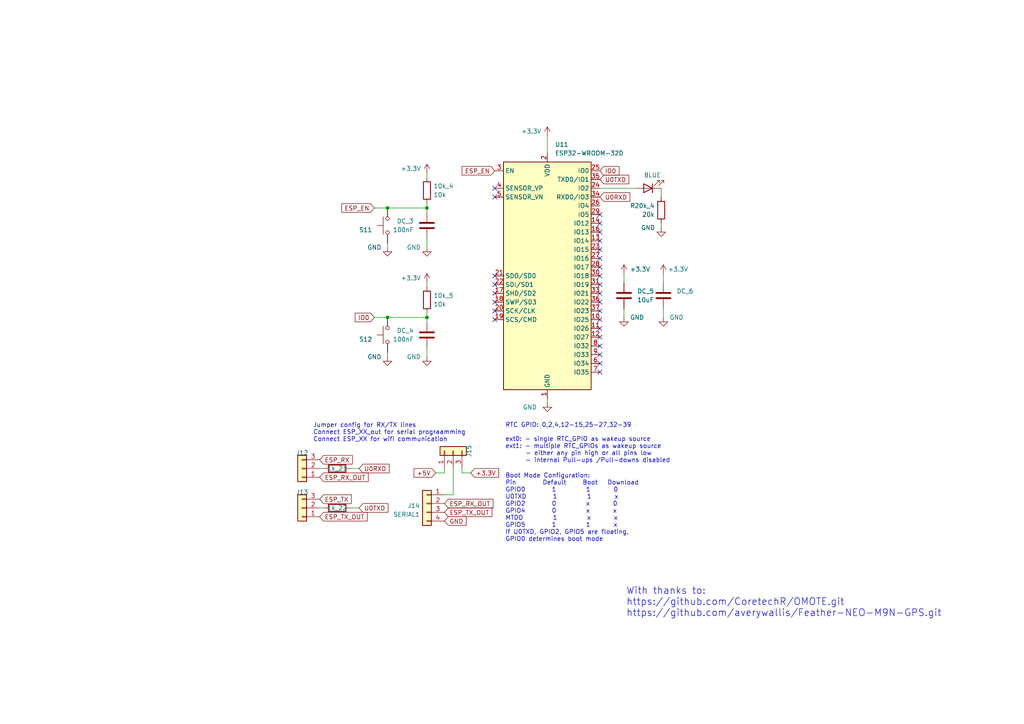
<source format=kicad_sch>
(kicad_sch (version 20250114) (generator "eeschema") (generator_version "9.0")
  (paper "A4")
  (lib_symbols
    (symbol "Connector_Generic:Conn_01x03" (pin_names (offset 1.016) (hide yes))
      (property "Reference" "J" (at 0 5.08 0))
      (property "Value" "Conn_01x03" (at 0 -5.08 0))
      (symbol "Conn_01x03_1_1"
        (rectangle (start -1.27 3.81) (end 1.27 -3.81) (stroke (width 0.254)) (fill (type background)))
        (rectangle (start -1.27 2.667) (end 0 2.413) (stroke (width 0.1524)))
        (rectangle (start -1.27 0.127) (end 0 -0.127) (stroke (width 0.1524)))
        (rectangle (start -1.27 -2.413) (end 0 -2.667) (stroke (width 0.1524)))
        (pin passive line (at -5.08 2.54 0) (length 3.81) (name "Pin_1") (number "1"))
        (pin passive line (at -5.08 0 0) (length 3.81) (name "Pin_2") (number "2"))
        (pin passive line (at -5.08 -2.54 0) (length 3.81) (name "Pin_3") (number "3"))
      )
    )
    (symbol "Connector_Generic:Conn_01x04" (pin_names (offset 1.016) (hide yes))
      (property "Reference" "J" (at 0 5.08 0))
      (property "Value" "Conn_01x04" (at 0 -7.62 0))
      (symbol "Conn_01x04_1_1"
        (rectangle (start -1.27 3.81) (end 1.27 -6.35) (stroke (width 0.254)) (fill (type background)))
        (rectangle (start -1.27 2.667) (end 0 2.413) (stroke (width 0.1524)))
        (rectangle (start -1.27 0.127) (end 0 -0.127) (stroke (width 0.1524)))
        (rectangle (start -1.27 -2.413) (end 0 -2.667) (stroke (width 0.1524)))
        (rectangle (start -1.27 -4.953) (end 0 -5.207) (stroke (width 0.1524)))
        (pin passive line (at -5.08 2.54 0) (length 3.81) (name "Pin_1") (number "1"))
        (pin passive line (at -5.08 0 0) (length 3.81) (name "Pin_2") (number "2"))
        (pin passive line (at -5.08 -2.54 0) (length 3.81) (name "Pin_3") (number "3"))
        (pin passive line (at -5.08 -5.08 0) (length 3.81) (name "Pin_4") (number "4"))
      )
    )
    (symbol "Device:C" (pin_numbers (hide yes)) (pin_names (offset 0.254))
      (property "Reference" "C" (at 0.635 2.54 0))
      (property "Value" "C" (at 0.635 -2.54 0))
      (symbol "C_0_1"
        (polyline (pts (xy -2.032 0.762) (xy 2.032 0.762)) (stroke (width 0.508)))
        (polyline (pts (xy -2.032 -0.762) (xy 2.032 -0.762)) (stroke (width 0.508)))
      )
      (symbol "C_1_1"
        (pin passive line (at 0 3.81 270) (length 2.794) (name "~") (number "1"))
        (pin passive line (at 0 -3.81 90) (length 2.794) (name "~") (number "2"))
      )
    )
    (symbol "Device:LED" (pin_numbers (hide yes)) (pin_names (offset 1.016) (hide yes))
      (property "Reference" "D" (at 0 2.54 0))
      (property "Value" "LED" (at 0 -2.54 0))
      (symbol "LED_0_1"
        (polyline (pts (xy -3.048 -0.762) (xy -4.572 -2.286) (xy -3.81 -2.286) (xy -4.572 -2.286) (xy -4.572 -1.524)))
        (polyline (pts (xy -1.778 -0.762) (xy -3.302 -2.286) (xy -2.54 -2.286) (xy -3.302 -2.286) (xy -3.302 -1.524)))
        (polyline (pts (xy -1.27 0) (xy 1.27 0)))
        (polyline (pts (xy -1.27 -1.27) (xy -1.27 1.27)) (stroke (width 0.254)))
        (polyline (pts (xy 1.27 -1.27) (xy 1.27 1.27) (xy -1.27 0) (xy 1.27 -1.27)) (stroke (width 0.254)))
      )
      (symbol "LED_1_1"
        (pin passive line (at -3.81 0 0) (length 2.54) (name "K") (number "1"))
        (pin passive line (at 3.81 0 180) (length 2.54) (name "A") (number "2"))
      )
    )
    (symbol "Device:R" (pin_numbers (hide yes)) (pin_names (offset 0))
      (property "Reference" "R" (at 2.032 0 90))
      (property "Value" "R" (at 0 0 90))
      (symbol "R_0_1"
        (rectangle (start -1.016 -2.54) (end 1.016 2.54) (stroke (width 0.254)))
      )
      (symbol "R_1_1"
        (pin passive line (at 0 3.81 270) (length 1.27) (name "~") (number "1"))
        (pin passive line (at 0 -3.81 90) (length 1.27) (name "~") (number "2"))
      )
    )
    (symbol "RF_Module:ESP32-WROOM-32D"
      (property "Reference" "U" (at -12.7 34.29 0))
      (property "Value" "ESP32-WROOM-32D" (at 1.27 34.29 0))
      (symbol "ESP32-WROOM-32D_0_1"
        (rectangle (start -12.7 33.02) (end 12.7 -33.02) (stroke (width 0.254)) (fill (type background)))
      )
      (symbol "ESP32-WROOM-32D_1_1"
        (pin input line (at -15.24 30.48 0) (length 2.54) (name "EN") (number "3"))
        (pin input line (at -15.24 25.4 0) (length 2.54) (name "SENSOR_VP") (number "4"))
        (pin input line (at -15.24 22.86 0) (length 2.54) (name "SENSOR_VN") (number "5"))
        (pin bidirectional line (at -15.24 0 0) (length 2.54) (name "SDO/SD0") (number "21"))
        (pin bidirectional line (at -15.24 -2.54 0) (length 2.54) (name "SDI/SD1") (number "22"))
        (pin bidirectional line (at -15.24 -5.08 0) (length 2.54) (name "SHD/SD2") (number "17"))
        (pin bidirectional line (at -15.24 -7.62 0) (length 2.54) (name "SWP/SD3") (number "18"))
        (pin bidirectional line (at -15.24 -10.16 0) (length 2.54) (name "SCK/CLK") (number "20"))
        (pin bidirectional line (at -15.24 -12.7 0) (length 2.54) (name "SCS/CMD") (number "19"))
        (pin no_connect line (at -12.7 -27.94 0) (length 2.54) (hide yes) (name "NC") (number "32"))
        (pin power_in line (at 0 35.56 270) (length 2.54) (name "VDD") (number "2"))
        (pin power_in line (at 0 -35.56 90) (length 2.54) (name "GND") (number "1"))
        (pin passive line (at 0 -35.56 90) (length 2.54) (hide yes) (name "GND") (number "15"))
        (pin passive line (at 0 -35.56 90) (length 2.54) (hide yes) (name "GND") (number "38"))
        (pin passive line (at 0 -35.56 90) (length 2.54) (hide yes) (name "GND") (number "39"))
        (pin bidirectional line (at 15.24 30.48 180) (length 2.54) (name "IO0") (number "25"))
        (pin bidirectional line (at 15.24 27.94 180) (length 2.54) (name "TXD0/IO1") (number "35"))
        (pin bidirectional line (at 15.24 25.4 180) (length 2.54) (name "IO2") (number "24"))
        (pin bidirectional line (at 15.24 22.86 180) (length 2.54) (name "RXD0/IO3") (number "34"))
        (pin bidirectional line (at 15.24 20.32 180) (length 2.54) (name "IO4") (number "26"))
        (pin bidirectional line (at 15.24 17.78 180) (length 2.54) (name "IO5") (number "29"))
        (pin bidirectional line (at 15.24 15.24 180) (length 2.54) (name "IO12") (number "14"))
        (pin bidirectional line (at 15.24 12.7 180) (length 2.54) (name "IO13") (number "16"))
        (pin bidirectional line (at 15.24 10.16 180) (length 2.54) (name "IO14") (number "13"))
        (pin bidirectional line (at 15.24 7.62 180) (length 2.54) (name "IO15") (number "23"))
        (pin bidirectional line (at 15.24 5.08 180) (length 2.54) (name "IO16") (number "27"))
        (pin bidirectional line (at 15.24 2.54 180) (length 2.54) (name "IO17") (number "28"))
        (pin bidirectional line (at 15.24 0 180) (length 2.54) (name "IO18") (number "30"))
        (pin bidirectional line (at 15.24 -2.54 180) (length 2.54) (name "IO19") (number "31"))
        (pin bidirectional line (at 15.24 -5.08 180) (length 2.54) (name "IO21") (number "33"))
        (pin bidirectional line (at 15.24 -7.62 180) (length 2.54) (name "IO22") (number "36"))
        (pin bidirectional line (at 15.24 -10.16 180) (length 2.54) (name "IO23") (number "37"))
        (pin bidirectional line (at 15.24 -12.7 180) (length 2.54) (name "IO25") (number "10"))
        (pin bidirectional line (at 15.24 -15.24 180) (length 2.54) (name "IO26") (number "11"))
        (pin bidirectional line (at 15.24 -17.78 180) (length 2.54) (name "IO27") (number "12"))
        (pin bidirectional line (at 15.24 -20.32 180) (length 2.54) (name "IO32") (number "8"))
        (pin bidirectional line (at 15.24 -22.86 180) (length 2.54) (name "IO33") (number "9"))
        (pin input line (at 15.24 -25.4 180) (length 2.54) (name "IO34") (number "6"))
        (pin input line (at 15.24 -27.94 180) (length 2.54) (name "IO35") (number "7"))
      )
    )
    (symbol "SW_Push_11" (pin_numbers (hide yes)) (pin_names (offset 1.016) (hide yes))
      (property "Reference" "SW" (at 1.27 2.54 0))
      (property "Value" "SW_Push_11" (at 0 -1.524 0))
      (symbol "SW_Push_11_0_1"
        (circle (center -2.032 0) (radius 0.508))
        (polyline (pts (xy 0 1.27) (xy 0 3.048)))
        (circle (center 2.032 0) (radius 0.508))
        (polyline (pts (xy 2.54 1.27) (xy -2.54 1.27)))
        (pin passive line (at -5.08 0 0) (length 2.54) (name "1") (number "1"))
        (pin passive line (at 5.08 0 180) (length 2.54) (name "2") (number "2"))
      )
    )
    (symbol "power:+3.3V" (power) (pin_names (offset 0))
      (property "Value" "+3.3V" (at 0 3.556 0))
      (symbol "+3.3V_0_1"
        (polyline (pts (xy -0.762 1.27) (xy 0 2.54)))
        (polyline (pts (xy 0 2.54) (xy 0.762 1.27)))
        (polyline (pts (xy 0 0) (xy 0 2.54)))
      )
      (symbol "+3.3V_1_1"
        (pin power_in line (at 0 0 90) (length 0) (hide yes) (name "+3.3V") (number "1"))
      )
    )
    (symbol "power:GND" (power) (pin_names (offset 0))
      (property "Value" "GND" (at 0 -3.81 0))
      (symbol "GND_0_1"
        (polyline (pts (xy 0 0) (xy 0 -1.27) (xy 1.27 -1.27) (xy 0 -2.54) (xy -1.27 -1.27) (xy 0 -1.27)))
      )
      (symbol "GND_1_1"
        (pin power_in line (at 0 0 270) (length 0) (hide yes) (name "GND") (number "1"))
      )
    )
  )
  (text "Boot Mode Configuration:\nPin        Default     Boot   Download\nGPIO0        1         1       0\nU0TXD        1         1       x\nGPIO2        0         x       0\nGPIO4        0         x       x\nMTDO         1         x       x\nGPIO5        1         1       x\nIf U0TXD, GPIO2, GPIO5 are floating, \nGPIO0 determines boot mode" (at 146.558 157.226 0) (effects (font (size 1.27 1.27)) (justify left bottom)))
  (text "Jumper config for RX/TX lines \nConnect ESP_XX_out for serial prograamming\nConnect ESP_XX for wifi communication" (at 90.805 128.27 0) (effects (font (size 1.27 1.27)) (justify left bottom)))
  (text "With thanks to:\nhttps://github.com/CoretechR/OMOTE.git\nhttps://github.com/averywallis/Feather-NEO-M9N-GPS.git" (at 181.61 179.07 0) (effects (font (size 2 2)) (justify left bottom)))
  (text "RTC GPIO: 0,2,4,12-15,25-27,32-39\n\next0: - single RTC_GPIO as wakeup source\next1: - multiple RTC_GPIOs as wakeup source\n      - either any pin high or all pins low\n      - internal Pull-ups /Pull-downs disabled\n" (at 146.558 134.366 0) (effects (font (size 1.27 1.27)) (justify left bottom)))
  (junction (at 112.395 92.075))
  (junction (at 123.825 60.325))
  (junction (at 123.825 92.075))
  (junction (at 112.395 60.325))
  (no_connect (at 173.99 69.85))
  (no_connect (at 173.99 64.77))
  (no_connect (at 143.51 92.71))
  (no_connect (at 173.99 97.79))
  (no_connect (at 143.51 90.17))
  (no_connect (at 143.51 80.01))
  (no_connect (at 173.99 87.63))
  (no_connect (at 173.99 102.87))
  (no_connect (at 173.99 95.25))
  (no_connect (at 173.99 80.01))
  (no_connect (at 143.51 85.09))
  (no_connect (at 143.51 54.61))
  (no_connect (at 173.99 62.23))
  (no_connect (at 173.99 85.09))
  (no_connect (at 173.99 74.93))
  (no_connect (at 173.99 92.71))
  (no_connect (at 173.99 107.95))
  (no_connect (at 173.99 105.41))
  (no_connect (at 173.99 67.31))
  (no_connect (at 143.51 87.63))
  (no_connect (at 143.51 82.55))
  (no_connect (at 173.99 90.17))
  (no_connect (at 173.99 77.47))
  (no_connect (at 173.99 72.39))
  (no_connect (at 173.99 100.33))
  (no_connect (at 143.51 57.15))
  (no_connect (at 173.99 82.55))
  (wire (pts (xy 123.825 90.805) (xy 123.825 92.075)))
  (wire (pts (xy 92.71 135.89) (xy 93.98 135.89)))
  (wire (pts (xy 123.825 60.325) (xy 123.825 61.595)))
  (wire (pts (xy 136.525 137.16) (xy 133.985 137.16)))
  (wire (pts (xy 108.585 92.075) (xy 112.395 92.075)))
  (wire (pts (xy 128.905 143.51) (xy 131.445 143.51)))
  (wire (pts (xy 112.395 92.075) (xy 123.825 92.075)))
  (wire (pts (xy 191.77 66.04) (xy 191.77 64.77)))
  (wire (pts (xy 112.395 103.505) (xy 112.395 102.235)))
  (wire (pts (xy 112.395 71.755) (xy 112.395 70.485)))
  (wire (pts (xy 128.905 137.16) (xy 128.905 135.89)))
  (wire (pts (xy 126.365 137.16) (xy 128.905 137.16)))
  (wire (pts (xy 123.825 92.075) (xy 123.825 93.345)))
  (wire (pts (xy 173.99 54.61) (xy 184.15 54.61)))
  (wire (pts (xy 158.75 39.37) (xy 158.75 44.45)))
  (wire (pts (xy 92.71 147.32) (xy 93.98 147.32)))
  (wire (pts (xy 180.975 89.535) (xy 180.975 92.075)))
  (wire (pts (xy 123.825 71.755) (xy 123.825 69.215)))
  (wire (pts (xy 123.825 81.915) (xy 123.825 83.185)))
  (wire (pts (xy 131.445 135.89) (xy 131.445 143.51)))
  (wire (pts (xy 101.6 147.32) (xy 104.14 147.32)))
  (wire (pts (xy 112.395 60.325) (xy 123.825 60.325)))
  (wire (pts (xy 191.77 54.61) (xy 191.77 57.15)))
  (wire (pts (xy 123.825 50.165) (xy 123.825 51.435)))
  (wire (pts (xy 123.825 59.055) (xy 123.825 60.325)))
  (wire (pts (xy 108.585 60.325) (xy 112.395 60.325)))
  (wire (pts (xy 123.825 103.505) (xy 123.825 100.965)))
  (wire (pts (xy 158.75 116.84) (xy 158.75 115.57)))
  (wire (pts (xy 192.405 81.915) (xy 192.405 79.375)))
  (wire (pts (xy 180.975 81.915) (xy 180.975 79.375)))
  (wire (pts (xy 133.985 137.16) (xy 133.985 135.89)))
  (wire (pts (xy 101.6 135.89) (xy 104.14 135.89)))
  (wire (pts (xy 192.405 89.535) (xy 192.405 92.075)))
  (global_label "U0TXD" (shape input) (at 104.14 147.32 0) (property "Intersheetrefs" "${INTERSHEET_REFS}" (effects (hide yes))))
  (global_label "ESP_TX_OUT" (shape input) (at 92.71 149.86 0) (property "Intersheetrefs" "${INTERSHEET_REFS}" (effects (hide yes))))
  (global_label "ESP_RX" (shape input) (at 92.71 133.35 0) (property "Intersheetrefs" "${INTERSHEET_REFS}" (effects (hide yes))))
  (global_label "ESP_EN" (shape input) (at 108.585 60.325 180) (property "Intersheetrefs" "${INTERSHEET_REFS}" (effects (hide yes))))
  (global_label "ESP_RX_OUT" (shape input) (at 92.71 138.43 0) (property "Intersheetrefs" "${INTERSHEET_REFS}" (effects (hide yes))))
  (global_label "+5V" (shape input) (at 126.365 137.16 180) (property "Intersheetrefs" "${INTERSHEET_REFS}" (effects (hide yes))))
  (global_label "ESP_RX_OUT" (shape input) (at 128.905 146.05 0) (property "Intersheetrefs" "${INTERSHEET_REFS}" (effects (hide yes))))
  (global_label "ESP_TX_OUT" (shape input) (at 128.905 148.59 0) (property "Intersheetrefs" "${INTERSHEET_REFS}" (effects (hide yes))))
  (global_label "U0RXD" (shape input) (at 173.99 57.15 0) (property "Intersheetrefs" "${INTERSHEET_REFS}" (effects (hide yes))))
  (global_label "U0TXD" (shape input) (at 173.99 52.07 0) (property "Intersheetrefs" "${INTERSHEET_REFS}" (effects (hide yes))))
  (global_label "U0RXD" (shape input) (at 104.14 135.89 0) (property "Intersheetrefs" "${INTERSHEET_REFS}" (effects (hide yes))))
  (global_label "IO0" (shape input) (at 173.99 49.53 0) (property "Intersheetrefs" "${INTERSHEET_REFS}" (effects (hide yes))))
  (global_label "ESP_EN" (shape input) (at 143.51 49.53 180) (property "Intersheetrefs" "${INTERSHEET_REFS}" (effects (hide yes))))
  (global_label "GND" (shape input) (at 128.905 151.13 0) (property "Intersheetrefs" "${INTERSHEET_REFS}" (effects (hide yes))))
  (global_label "+3.3V" (shape input) (at 136.525 137.16 0) (property "Intersheetrefs" "${INTERSHEET_REFS}" (effects (hide yes))))
  (global_label "ESP_TX" (shape input) (at 92.71 144.78 0) (property "Intersheetrefs" "${INTERSHEET_REFS}" (effects (hide yes))))
  (global_label "IO0" (shape input) (at 108.585 92.075 180) (property "Intersheetrefs" "${INTERSHEET_REFS}" (effects (hide yes))))
  (symbol (lib_id "Device:R") (at 97.79 135.89 270) (unit 1)
    (property "Reference" "1k_21" (at 97.79 135.89 90))
    (property "Value" "1k" (effects (hide yes)))
    (property "Footprint" "Resistor_SMD:R_0603_1608Metric" (effects (hide yes)))
    (property "LCSC" "C25804" (effects (hide yes)))
  )
  (symbol (lib_id "Device:R") (at 123.825 86.995 180) (unit 1)
    (property "Reference" "10k_5" (at 125.73 85.7249 0) (effects (justify right)))
    (property "Value" "10k" (at 125.73 88.2649 0) (effects (justify right)))
    (property "Footprint" "Resistor_SMD:R_0603_1608Metric" (effects (hide yes)))
    (property "LCSC" "C25804" (effects (hide yes)))
  )
  (symbol (lib_id "power:GND") (at 191.77 66.04 0) (unit 1)
    (property "Reference" "#PWR023" (effects (hide yes)))
    (property "Value" "GND" (at 187.96 66.04 0))
  )
  (symbol (lib_id "power:+3.3V") (at 158.75 39.37 0) (unit 1)
    (property "Reference" "#PWR019" (effects (hide yes)))
    (property "Value" "+3.3V" (at 151.13 38.1 0) (effects (justify left)))
  )
  (symbol (lib_id "power:+3.3V") (at 123.825 81.915 0) (unit 1)
    (property "Reference" "#PWR017" (effects (hide yes)))
    (property "Value" "+3.3V" (at 116.205 80.645 0) (effects (justify left)))
  )
  (symbol (lib_id "power:GND") (at 112.395 71.755 0) (unit 1)
    (property "Reference" "#PWR013" (effects (hide yes)))
    (property "Value" "GND" (at 108.585 71.755 0))
  )
  (symbol (lib_id "Device:R") (at 97.79 147.32 270) (unit 1)
    (property "Reference" "1k_22" (at 97.79 147.32 90))
    (property "Value" "1k" (effects (hide yes)))
    (property "Footprint" "Resistor_SMD:R_0603_1608Metric" (effects (hide yes)))
    (property "LCSC" "C25804" (effects (hide yes)))
  )
  (symbol (lib_id "Connector_Generic:Conn_01x03") (at 131.445 130.81 90) (unit 1) (in_bom no)
    (property "Reference" "J15" (at 136.017 130.81 0))
    (property "Value" "Conn_01x03" (effects (hide yes)))
    (property "Footprint" "Connector_PinHeader_2.54mm:PinHeader_1x03_P2.54mm_Vertical" (effects (hide yes)))
  )
  (symbol (lib_id "power:+3.3V") (at 192.405 79.375 0) (unit 1)
    (property "Reference" "#PWR024" (effects (hide yes)))
    (property "Value" "+3.3V" (at 193.675 78.105 0) (effects (justify left)))
  )
  (symbol (lib_id "power:GND") (at 112.395 103.505 0) (unit 1)
    (property "Reference" "#PWR014" (effects (hide yes)))
    (property "Value" "GND" (at 108.585 103.505 0))
  )
  (symbol (lib_id "power:GND") (at 123.825 71.755 0) (unit 1)
    (property "Reference" "#PWR016" (effects (hide yes)))
    (property "Value" "GND" (at 120.015 71.755 0))
  )
  (symbol (lib_id "Device:C") (at 123.825 97.155 0) (mirror x) (unit 1)
    (property "Reference" "DC_4" (at 120.015 95.8849 0) (effects (justify right)))
    (property "Value" "100nF" (at 120.015 98.4249 0) (effects (justify right)))
    (property "Footprint" "Capacitor_SMD:C_0603_1608Metric" (effects (hide yes)))
    (property "LCSC" "C14663" (effects (hide yes)))
  )
  (symbol (lib_name "SW_Push_11") (lib_id "Switch:SW_Push") (at 112.395 65.405 90) (unit 1)
    (property "Reference" "S11" (at 106.045 66.675 90))
    (property "Value" "TL3342F160QG" (effects (hide yes)))
    (property "Footprint" "Button_Switch_SMD:SW_Push_SPST_NO_Alps_SKRK" (effects (hide yes)))
    (property "MANUFACTURER" "E SWITCH" (effects (hide yes)))
    (property "LCSC" "C318884" (effects (hide yes)))
  )
  (symbol (lib_id "RF_Module:ESP32-WROOM-32D") (at 158.75 80.01 0) (unit 1)
    (property "Reference" "U11" (at 160.9441 41.91 0) (effects (justify left)))
    (property "Value" "ESP32-WROOM-32D" (at 160.9441 44.45 0) (effects (justify left)))
    (property "Footprint" "RF_Module:ESP32-WROOM-32D" (effects (hide yes)))
    (property "Datasheet" "https://www.espressif.com/sites/default/files/documentation/esp32-wroom-32d_esp32-wroom-32u_datasheet_en.pdf" (effects (hide yes)))
    (property "LCSC" "C529578" (effects (hide yes)))
  )
  (symbol (lib_id "Connector_Generic:Conn_01x03") (at 87.63 135.89 180) (unit 1) (in_bom no)
    (property "Reference" "J12" (at 87.63 131.318 0))
    (property "Value" "Conn_01x03" (effects (hide yes)))
    (property "Footprint" "Connector_PinHeader_2.54mm:PinHeader_1x03_P2.54mm_Vertical" (effects (hide yes)))
  )
  (symbol (lib_id "Device:LED") (at 187.96 54.61 180) (unit 1)
    (property "Reference" "D_BLU2" (effects (hide yes)))
    (property "Value" "BLUE" (at 189.23 50.8 0))
    (property "Footprint" "LED_SMD:LED_0603_1608Metric" (effects (hide yes)))
    (property "LCSC" "C72041" (effects (hide yes)))
  )
  (symbol (lib_id "power:+3.3V") (at 123.825 50.165 0) (unit 1)
    (property "Reference" "#PWR015" (effects (hide yes)))
    (property "Value" "+3.3V" (at 116.205 48.895 0) (effects (justify left)))
  )
  (symbol (lib_id "Device:R") (at 123.825 55.245 180) (unit 1)
    (property "Reference" "10k_4" (at 125.73 53.9749 0) (effects (justify right)))
    (property "Value" "10k" (at 125.73 56.5149 0) (effects (justify right)))
    (property "Footprint" "Resistor_SMD:R_0603_1608Metric" (effects (hide yes)))
    (property "LCSC" "C25804" (effects (hide yes)))
  )
  (symbol (lib_id "power:+3.3V") (at 180.975 79.375 0) (mirror y) (unit 1)
    (property "Reference" "#PWR021" (effects (hide yes)))
    (property "Value" "+3.3V" (at 188.595 78.105 0) (effects (justify left)))
  )
  (symbol (lib_id "Device:C") (at 123.825 65.405 0) (mirror x) (unit 1)
    (property "Reference" "DC_3" (at 120.015 64.1349 0) (effects (justify right)))
    (property "Value" "100nF" (at 120.015 66.6749 0) (effects (justify right)))
    (property "Footprint" "Capacitor_SMD:C_0603_1608Metric" (effects (hide yes)))
    (property "LCSC" "C14663" (effects (hide yes)))
  )
  (symbol (lib_id "power:GND") (at 158.75 116.84 0) (unit 1)
    (property "Reference" "#PWR020" (effects (hide yes)))
    (property "Value" "GND" (at 153.67 118.11 0))
  )
  (symbol (lib_id "power:GND") (at 180.975 92.075 0) (mirror y) (unit 1)
    (property "Reference" "#PWR022" (effects (hide yes)))
    (property "Value" "GND" (at 184.785 92.075 0))
  )
  (symbol (lib_id "Connector_Generic:Conn_01x04") (at 123.825 146.05 0) (mirror y) (unit 1) (in_bom no)
    (property "Reference" "J14" (at 121.793 146.685 0) (effects (justify left)))
    (property "Value" "SERIAL1" (at 121.793 149.225 0) (effects (justify left)))
    (property "Footprint" "Connector_PinHeader_2.54mm:PinHeader_1x04_P2.54mm_Vertical" (effects (hide yes)))
  )
  (symbol (lib_id "Device:C") (at 180.975 85.725 180) (unit 1)
    (property "Reference" "DC_5" (at 184.785 84.4549 0) (effects (justify right)))
    (property "Value" "10uF" (at 184.785 86.9949 0) (effects (justify right)))
    (property "Footprint" "Capacitor_SMD:C_0805_2012Metric" (effects (hide yes)))
    (property "LCSC" "C15850" (effects (hide yes)))
  )
  (symbol (lib_id "power:GND") (at 123.825 103.505 0) (unit 1)
    (property "Reference" "#PWR018" (effects (hide yes)))
    (property "Value" "GND" (at 120.015 103.505 0))
  )
  (symbol (lib_id "Connector_Generic:Conn_01x03") (at 87.63 147.32 180) (unit 1) (in_bom no)
    (property "Reference" "J13" (at 87.63 142.748 0))
    (property "Value" "Conn_01x03" (effects (hide yes)))
    (property "Footprint" "Connector_PinHeader_2.54mm:PinHeader_1x03_P2.54mm_Vertical" (effects (hide yes)))
  )
  (symbol (lib_id "Device:C") (at 192.405 85.725 0) (unit 1)
    (property "Reference" "DC_6" (at 196.215 84.4549 0) (effects (justify left)))
    (property "Value" "100nF" (effects (hide yes)))
    (property "Footprint" "Capacitor_SMD:C_0603_1608Metric" (effects (hide yes)))
    (property "LCSC" "C14663" (effects (hide yes)))
  )
  (symbol (lib_id "Device:R") (at 191.77 60.96 0) (mirror x) (unit 1)
    (property "Reference" "R20k_4" (at 189.865 59.6899 0) (effects (justify right)))
    (property "Value" "20k" (at 189.865 62.2299 0) (effects (justify right)))
    (property "Footprint" "Resistor_SMD:R_0603_1608Metric" (effects (hide yes)))
    (property "LCSC" "C4184" (effects (hide yes)))
  )
  (symbol (lib_name "SW_Push_11") (lib_id "Switch:SW_Push") (at 112.395 97.155 90) (unit 1)
    (property "Reference" "S12" (at 106.045 98.425 90))
    (property "Value" "TL3342F160QG" (effects (hide yes)))
    (property "Footprint" "Button_Switch_SMD:SW_Push_SPST_NO_Alps_SKRK" (effects (hide yes)))
    (property "MANUFACTURER" "E SWITCH" (effects (hide yes)))
    (property "LCSC" "C318884" (effects (hide yes)))
  )
  (symbol (lib_id "power:GND") (at 192.405 92.075 0) (unit 1)
    (property "Reference" "#PWR025" (effects (hide yes)))
    (property "Value" "GND" (at 196.215 92.075 0))
  )
)
</source>
